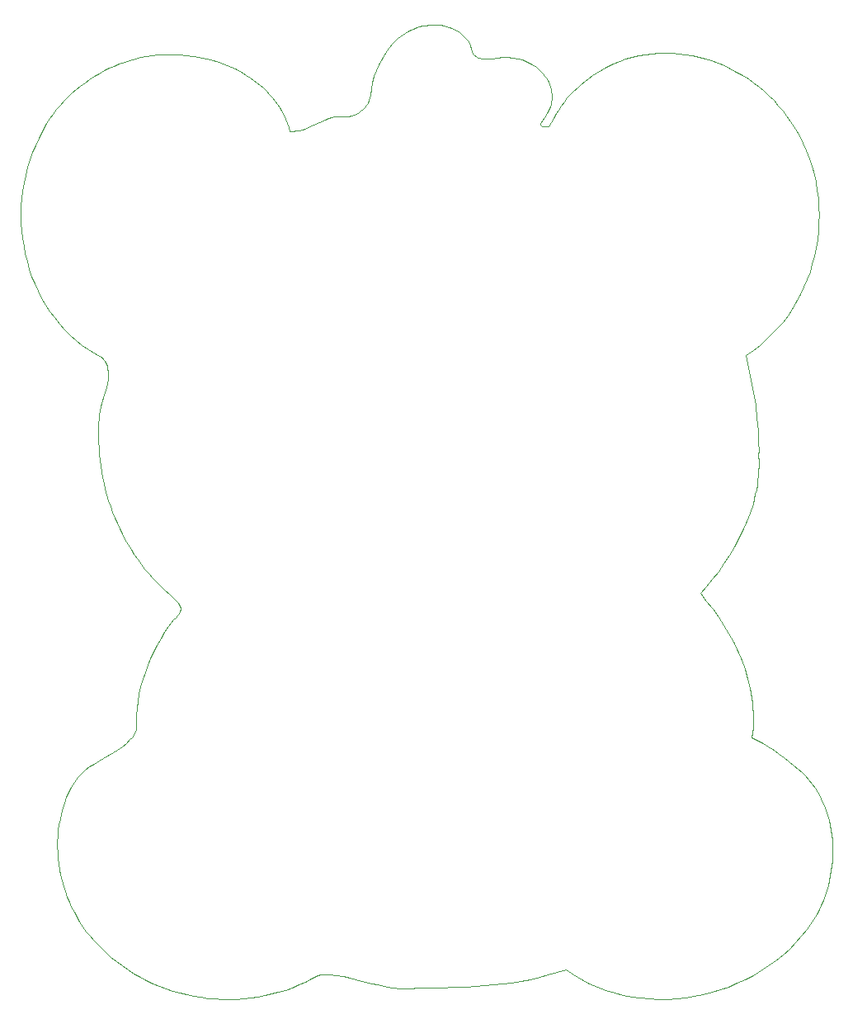
<source format=gbr>
%TF.GenerationSoftware,KiCad,Pcbnew,9.0.6*%
%TF.CreationDate,2025-12-31T17:09:59+01:00*%
%TF.ProjectId,Panda,50616e64-612e-46b6-9963-61645f706362,rev?*%
%TF.SameCoordinates,Original*%
%TF.FileFunction,Profile,NP*%
%FSLAX46Y46*%
G04 Gerber Fmt 4.6, Leading zero omitted, Abs format (unit mm)*
G04 Created by KiCad (PCBNEW 9.0.6) date 2025-12-31 17:09:59*
%MOMM*%
%LPD*%
G01*
G04 APERTURE LIST*
%TA.AperFunction,Profile*%
%ADD10C,0.100000*%
%TD*%
G04 APERTURE END LIST*
D10*
X90939300Y-36607750D02*
X90594400Y-36618950D01*
X90594400Y-36618950D02*
X90257600Y-36651450D01*
X90257600Y-36651450D02*
X89929000Y-36704650D01*
X89929000Y-36704650D02*
X89608800Y-36777750D01*
X89608800Y-36777750D02*
X89297200Y-36869950D01*
X89297200Y-36869950D02*
X88994200Y-36980450D01*
X88994200Y-36980450D02*
X88700000Y-37108450D01*
X88700000Y-37108450D02*
X88414700Y-37253250D01*
X88414700Y-37253250D02*
X88138500Y-37414150D01*
X88138500Y-37414150D02*
X87871400Y-37590250D01*
X87871400Y-37590250D02*
X87613700Y-37780850D01*
X87613700Y-37780850D02*
X87365400Y-37985250D01*
X87365400Y-37985250D02*
X87126800Y-38202450D01*
X87126800Y-38202450D02*
X86897800Y-38431950D01*
X86897800Y-38431950D02*
X86469700Y-38924250D01*
X86469700Y-38924250D02*
X86082000Y-39456150D01*
X86082000Y-39456150D02*
X85736000Y-40021350D01*
X85736000Y-40021350D02*
X85432600Y-40613750D01*
X85432600Y-40613750D02*
X85172900Y-41227150D01*
X85172900Y-41227150D02*
X84958100Y-41855450D01*
X84958100Y-41855450D02*
X84789100Y-42492550D01*
X84789100Y-42492550D02*
X84667100Y-43132250D01*
X84667100Y-43132250D02*
X84593100Y-43768350D01*
X84593100Y-43768350D02*
X84527000Y-44062950D01*
X84527000Y-44062950D02*
X84431800Y-44338950D01*
X84431800Y-44338950D02*
X84309700Y-44595850D01*
X84309700Y-44595850D02*
X84162700Y-44833150D01*
X84162700Y-44833150D02*
X83992800Y-45050250D01*
X83992800Y-45050250D02*
X83802100Y-45246650D01*
X83802100Y-45246650D02*
X83592600Y-45421750D01*
X83592600Y-45421750D02*
X83366300Y-45575150D01*
X83366300Y-45575150D02*
X83125300Y-45706150D01*
X83125300Y-45706150D02*
X82871500Y-45814350D01*
X82871500Y-45814350D02*
X82607200Y-45899150D01*
X82607200Y-45899150D02*
X82334200Y-45960050D01*
X82334200Y-45960050D02*
X82054700Y-45996450D01*
X82054700Y-45996450D02*
X81770600Y-46007850D01*
X81770600Y-46007850D02*
X81484000Y-45993750D01*
X81484000Y-45993750D02*
X81197000Y-45953550D01*
X81197000Y-45953550D02*
X80880800Y-46014950D01*
X80880800Y-46014950D02*
X80570800Y-46098750D01*
X80570800Y-46098750D02*
X80265900Y-46200950D01*
X80265900Y-46200950D02*
X79965100Y-46317850D01*
X79965100Y-46317850D02*
X79371900Y-46580450D01*
X79371900Y-46580450D02*
X78783100Y-46856350D01*
X78783100Y-46856350D02*
X78190800Y-47114950D01*
X78190800Y-47114950D02*
X77890800Y-47228350D01*
X77890800Y-47228350D02*
X77586800Y-47326050D01*
X77586800Y-47326050D02*
X77278000Y-47404150D01*
X77278000Y-47404150D02*
X76963300Y-47459050D01*
X76963300Y-47459050D02*
X76641700Y-47486850D01*
X76641700Y-47486850D02*
X76312100Y-47483750D01*
X76312100Y-47483750D02*
X76187300Y-47049350D01*
X76187300Y-47049350D02*
X76041400Y-46626950D01*
X76041400Y-46626950D02*
X75875100Y-46216550D01*
X75875100Y-46216550D02*
X75689200Y-45818150D01*
X75689200Y-45818150D02*
X75484400Y-45431750D01*
X75484400Y-45431750D02*
X75261500Y-45057550D01*
X75261500Y-45057550D02*
X75021200Y-44695450D01*
X75021200Y-44695450D02*
X74764400Y-44345450D01*
X74764400Y-44345450D02*
X74491700Y-44007750D01*
X74491700Y-44007750D02*
X74204000Y-43682250D01*
X74204000Y-43682250D02*
X73902000Y-43368950D01*
X73902000Y-43368950D02*
X73586400Y-43068050D01*
X73586400Y-43068050D02*
X73258100Y-42779350D01*
X73258100Y-42779350D02*
X72917700Y-42503150D01*
X72917700Y-42503150D02*
X72566100Y-42239350D01*
X72566100Y-42239350D02*
X72203900Y-41987950D01*
X72203900Y-41987950D02*
X71832100Y-41749050D01*
X71832100Y-41749050D02*
X71451200Y-41522650D01*
X71451200Y-41522650D02*
X70665700Y-41107550D01*
X70665700Y-41107550D02*
X69853400Y-40742850D01*
X69853400Y-40742850D02*
X69020300Y-40428950D01*
X69020300Y-40428950D02*
X68172700Y-40166050D01*
X68172700Y-40166050D02*
X67316600Y-39954450D01*
X67316600Y-39954450D02*
X66458100Y-39794450D01*
X66458100Y-39794450D02*
X65603200Y-39686350D01*
X65603200Y-39686350D02*
X65023300Y-39635050D01*
X65023300Y-39635050D02*
X64443400Y-39607850D01*
X64443400Y-39607850D02*
X63864100Y-39604450D01*
X63864100Y-39604450D02*
X63286200Y-39624350D01*
X63286200Y-39624350D02*
X62710400Y-39667350D01*
X62710400Y-39667350D02*
X62137400Y-39733050D01*
X62137400Y-39733050D02*
X61567900Y-39820950D01*
X61567900Y-39820950D02*
X61002600Y-39930850D01*
X61002600Y-39930850D02*
X60442200Y-40062350D01*
X60442200Y-40062350D02*
X59887400Y-40214950D01*
X59887400Y-40214950D02*
X59338900Y-40388350D01*
X59338900Y-40388350D02*
X58797400Y-40582250D01*
X58797400Y-40582250D02*
X58263600Y-40796250D01*
X58263600Y-40796250D02*
X57738200Y-41029950D01*
X57738200Y-41029950D02*
X57222000Y-41282950D01*
X57222000Y-41282950D02*
X56715600Y-41554950D01*
X56715600Y-41554950D02*
X56219800Y-41845550D01*
X56219800Y-41845550D02*
X55735100Y-42154450D01*
X55735100Y-42154450D02*
X55262500Y-42481150D01*
X55262500Y-42481150D02*
X54802400Y-42825450D01*
X54802400Y-42825450D02*
X54355700Y-43186750D01*
X54355700Y-43186750D02*
X53923100Y-43564950D01*
X53923100Y-43564950D02*
X53505200Y-43959450D01*
X53505200Y-43959450D02*
X53102800Y-44370050D01*
X53102800Y-44370050D02*
X52716600Y-44796250D01*
X52716600Y-44796250D02*
X52347200Y-45237850D01*
X52347200Y-45237850D02*
X51995400Y-45694250D01*
X51995400Y-45694250D02*
X51661900Y-46165250D01*
X51661900Y-46165250D02*
X51347400Y-46650450D01*
X51347400Y-46650450D02*
X51052600Y-47149550D01*
X51052600Y-47149550D02*
X50778100Y-47661950D01*
X50778100Y-47661950D02*
X50524800Y-48187550D01*
X50524800Y-48187550D02*
X50178500Y-48913950D01*
X50178500Y-48913950D02*
X49869200Y-49657650D01*
X49869200Y-49657650D02*
X49596700Y-50416850D01*
X49596700Y-50416850D02*
X49360900Y-51189550D01*
X49360900Y-51189550D02*
X49161700Y-51973950D01*
X49161700Y-51973950D02*
X48998900Y-52768150D01*
X48998900Y-52768150D02*
X48872400Y-53570250D01*
X48872400Y-53570250D02*
X48781900Y-54378450D01*
X48781900Y-54378450D02*
X48727500Y-55190750D01*
X48727500Y-55190750D02*
X48708800Y-56005450D01*
X48708800Y-56005450D02*
X48725900Y-56820550D01*
X48725900Y-56820550D02*
X48778500Y-57634150D01*
X48778500Y-57634150D02*
X48866400Y-58444450D01*
X48866400Y-58444450D02*
X48989600Y-59249550D01*
X48989600Y-59249550D02*
X49147900Y-60047550D01*
X49147900Y-60047550D02*
X49341100Y-60836650D01*
X49341100Y-60836650D02*
X49569200Y-61614850D01*
X49569200Y-61614850D02*
X49831900Y-62380350D01*
X49831900Y-62380350D02*
X50129100Y-63131350D01*
X50129100Y-63131350D02*
X50460600Y-63865750D01*
X50460600Y-63865750D02*
X50826400Y-64581950D01*
X50826400Y-64581950D02*
X51226200Y-65277850D01*
X51226200Y-65277850D02*
X51660000Y-65951650D01*
X51660000Y-65951650D02*
X52127600Y-66601550D01*
X52127600Y-66601550D02*
X52628700Y-67225550D01*
X52628700Y-67225550D02*
X53163400Y-67821850D01*
X53163400Y-67821850D02*
X53731400Y-68388550D01*
X53731400Y-68388550D02*
X54332600Y-68923850D01*
X54332600Y-68923850D02*
X54966800Y-69425750D01*
X54966800Y-69425750D02*
X55634000Y-69892350D01*
X55634000Y-69892350D02*
X56333900Y-70321950D01*
X56333900Y-70321950D02*
X57066400Y-70712550D01*
X57066400Y-70712550D02*
X57197600Y-70882450D01*
X57197600Y-70882450D02*
X57310500Y-71055650D01*
X57310500Y-71055650D02*
X57405900Y-71231850D01*
X57405900Y-71231850D02*
X57484800Y-71410950D01*
X57484800Y-71410950D02*
X57548100Y-71592750D01*
X57548100Y-71592750D02*
X57596700Y-71777150D01*
X57596700Y-71777150D02*
X57653600Y-72152750D01*
X57653600Y-72152750D02*
X57662700Y-72536650D01*
X57662700Y-72536650D02*
X57631400Y-72927150D01*
X57631400Y-72927150D02*
X57567100Y-73323150D01*
X57567100Y-73323150D02*
X57477100Y-73723050D01*
X57477100Y-73723050D02*
X57249500Y-74529450D01*
X57249500Y-74529450D02*
X57007400Y-75335450D01*
X57007400Y-75335450D02*
X56899300Y-75734850D01*
X56899300Y-75734850D02*
X56809600Y-76130050D01*
X56809600Y-76130050D02*
X56745600Y-76519650D01*
X56745600Y-76519650D02*
X56714800Y-76902250D01*
X56714800Y-76902250D02*
X56675800Y-77514550D01*
X56675800Y-77514550D02*
X56654000Y-78127650D01*
X56654000Y-78127650D02*
X56649500Y-78740950D01*
X56649500Y-78740950D02*
X56661900Y-79354150D01*
X56661900Y-79354150D02*
X56691300Y-79966650D01*
X56691300Y-79966650D02*
X56737600Y-80578050D01*
X56737600Y-80578050D02*
X56800600Y-81187950D01*
X56800600Y-81187950D02*
X56880200Y-81795850D01*
X56880200Y-81795850D02*
X56976400Y-82401350D01*
X56976400Y-82401350D02*
X57088900Y-83003950D01*
X57088900Y-83003950D02*
X57217800Y-83603250D01*
X57217800Y-83603250D02*
X57362900Y-84198650D01*
X57362900Y-84198650D02*
X57524200Y-84789850D01*
X57524200Y-84789850D02*
X57701400Y-85376450D01*
X57701400Y-85376450D02*
X57894500Y-85957850D01*
X57894500Y-85957850D02*
X58103300Y-86533650D01*
X58103300Y-86533650D02*
X58327900Y-87103350D01*
X58327900Y-87103350D02*
X58568100Y-87666650D01*
X58568100Y-87666650D02*
X58823700Y-88222950D01*
X58823700Y-88222950D02*
X59094700Y-88771850D01*
X59094700Y-88771850D02*
X59380900Y-89312950D01*
X59380900Y-89312950D02*
X59682300Y-89845750D01*
X59682300Y-89845750D02*
X59998800Y-90369750D01*
X59998800Y-90369750D02*
X60330200Y-90884550D01*
X60330200Y-90884550D02*
X60676400Y-91389750D01*
X60676400Y-91389750D02*
X61037400Y-91884850D01*
X61037400Y-91884850D02*
X61413000Y-92369350D01*
X61413000Y-92369350D02*
X61803100Y-92842850D01*
X61803100Y-92842850D02*
X62207700Y-93304950D01*
X62207700Y-93304950D02*
X62626500Y-93755150D01*
X62626500Y-93755150D02*
X63059600Y-94192950D01*
X63059600Y-94192950D02*
X63506700Y-94617950D01*
X63506700Y-94617950D02*
X63938900Y-94968650D01*
X63938900Y-94968650D02*
X64348300Y-95311050D01*
X64348300Y-95311050D02*
X64699000Y-95652250D01*
X64699000Y-95652250D02*
X64841100Y-95824450D01*
X64841100Y-95824450D02*
X64955200Y-95998950D01*
X64955200Y-95998950D02*
X65036600Y-96176550D01*
X65036600Y-96176550D02*
X65081000Y-96358150D01*
X65081000Y-96358150D02*
X65083900Y-96544550D01*
X65083900Y-96544550D02*
X65040700Y-96736650D01*
X65040700Y-96736650D02*
X64946900Y-96935350D01*
X64946900Y-96935350D02*
X64798200Y-97141550D01*
X64798200Y-97141550D02*
X64590000Y-97355950D01*
X64590000Y-97355950D02*
X64317800Y-97579550D01*
X64317800Y-97579550D02*
X63874900Y-98199850D01*
X63874900Y-98199850D02*
X63452900Y-98836850D01*
X63452900Y-98836850D02*
X63053200Y-99489550D01*
X63053200Y-99489550D02*
X62677300Y-100156850D01*
X62677300Y-100156850D02*
X62326700Y-100837750D01*
X62326700Y-100837750D02*
X62002800Y-101531250D01*
X62002800Y-101531250D02*
X61707100Y-102236350D01*
X61707100Y-102236350D02*
X61441200Y-102952050D01*
X61441200Y-102952050D02*
X61206300Y-103677250D01*
X61206300Y-103677250D02*
X61004200Y-104411150D01*
X61004200Y-104411150D02*
X60836100Y-105152150D01*
X60836100Y-105152150D02*
X60703700Y-105900150D01*
X60703700Y-105900150D02*
X60608300Y-106653150D01*
X60608300Y-106653150D02*
X60551500Y-107411150D01*
X60551500Y-107411150D02*
X60534600Y-108172150D01*
X60534600Y-108172150D02*
X60559300Y-108935150D01*
X60559300Y-108935150D02*
X60414400Y-109182150D01*
X60414400Y-109182150D02*
X60256700Y-109415150D01*
X60256700Y-109415150D02*
X60086900Y-109635150D01*
X60086900Y-109635150D02*
X59906000Y-109844150D01*
X59906000Y-109844150D02*
X59514200Y-110229150D01*
X59514200Y-110229150D02*
X59088400Y-110578150D01*
X59088400Y-110578150D02*
X58635600Y-110899150D01*
X58635600Y-110899150D02*
X58162900Y-111198150D01*
X58162900Y-111198150D02*
X57185700Y-111766150D01*
X57185700Y-111766150D02*
X56695300Y-112049150D01*
X56695300Y-112049150D02*
X56213000Y-112341150D01*
X56213000Y-112341150D02*
X55746000Y-112651150D01*
X55746000Y-112651150D02*
X55301200Y-112985150D01*
X55301200Y-112985150D02*
X54885700Y-113351150D01*
X54885700Y-113351150D02*
X54691100Y-113548150D01*
X54691100Y-113548150D02*
X54506500Y-113757150D01*
X54506500Y-113757150D02*
X54332700Y-113977150D01*
X54332700Y-113977150D02*
X54170700Y-114210150D01*
X54170700Y-114210150D02*
X54021200Y-114456150D01*
X54021200Y-114456150D02*
X53885200Y-114718150D01*
X53885200Y-114718150D02*
X53623200Y-115245150D01*
X53623200Y-115245150D02*
X53388300Y-115781150D01*
X53388300Y-115781150D02*
X53180200Y-116326150D01*
X53180200Y-116326150D02*
X52998500Y-116877150D01*
X52998500Y-116877150D02*
X52843000Y-117436150D01*
X52843000Y-117436150D02*
X52713300Y-118000150D01*
X52713300Y-118000150D02*
X52609100Y-118568150D01*
X52609100Y-118568150D02*
X52530100Y-119141150D01*
X52530100Y-119141150D02*
X52476000Y-119716150D01*
X52476000Y-119716150D02*
X52446500Y-120293150D01*
X52446500Y-120293150D02*
X52441300Y-120871150D01*
X52441300Y-120871150D02*
X52460000Y-121450150D01*
X52460000Y-121450150D02*
X52502300Y-122027150D01*
X52502300Y-122027150D02*
X52568000Y-122603150D01*
X52568000Y-122603150D02*
X52656700Y-123176150D01*
X52656700Y-123176150D02*
X52768000Y-123746150D01*
X52768000Y-123746150D02*
X52901800Y-124312150D01*
X52901800Y-124312150D02*
X53057600Y-124872150D01*
X53057600Y-124872150D02*
X53235200Y-125426150D01*
X53235200Y-125426150D02*
X53434200Y-125973150D01*
X53434200Y-125973150D02*
X53654400Y-126512150D01*
X53654400Y-126512150D02*
X53895400Y-127042150D01*
X53895400Y-127042150D02*
X54156900Y-127562150D01*
X54156900Y-127562150D02*
X54438500Y-128071150D01*
X54438500Y-128071150D02*
X54740100Y-128569150D01*
X54740100Y-128569150D02*
X55061200Y-129055150D01*
X55061200Y-129055150D02*
X55401500Y-129526150D01*
X55401500Y-129526150D02*
X55760800Y-129984150D01*
X55760800Y-129984150D02*
X56138700Y-130426150D01*
X56138700Y-130426150D02*
X56535000Y-130852150D01*
X56535000Y-130852150D02*
X56949200Y-131262150D01*
X56949200Y-131262150D02*
X57381100Y-131653150D01*
X57381100Y-131653150D02*
X57927000Y-132147150D01*
X57927000Y-132147150D02*
X58493100Y-132615150D01*
X58493100Y-132615150D02*
X59078300Y-133057150D01*
X59078300Y-133057150D02*
X59681400Y-133473150D01*
X59681400Y-133473150D02*
X60301300Y-133863150D01*
X60301300Y-133863150D02*
X60936900Y-134226150D01*
X60936900Y-134226150D02*
X61586900Y-134563150D01*
X61586900Y-134563150D02*
X62250200Y-134872150D01*
X62250200Y-134872150D02*
X62925700Y-135156150D01*
X62925700Y-135156150D02*
X63612200Y-135412150D01*
X63612200Y-135412150D02*
X64308500Y-135641150D01*
X64308500Y-135641150D02*
X65013500Y-135843150D01*
X65013500Y-135843150D02*
X65726100Y-136018150D01*
X65726100Y-136018150D02*
X66445000Y-136166150D01*
X66445000Y-136166150D02*
X67169100Y-136285150D01*
X67169100Y-136285150D02*
X67897300Y-136378150D01*
X67897300Y-136378150D02*
X68628400Y-136442150D01*
X68628400Y-136442150D02*
X69361200Y-136479150D01*
X69361200Y-136479150D02*
X70094600Y-136488150D01*
X70094600Y-136488150D02*
X70827500Y-136468150D01*
X70827500Y-136468150D02*
X71558600Y-136421150D01*
X71558600Y-136421150D02*
X72286900Y-136345150D01*
X72286900Y-136345150D02*
X73011100Y-136241150D01*
X73011100Y-136241150D02*
X73730100Y-136108150D01*
X73730100Y-136108150D02*
X74442800Y-135946150D01*
X74442800Y-135946150D02*
X75148000Y-135756150D01*
X75148000Y-135756150D02*
X75844500Y-135536150D01*
X75844500Y-135536150D02*
X76531200Y-135288150D01*
X76531200Y-135288150D02*
X77206900Y-135011150D01*
X77206900Y-135011150D02*
X77870500Y-134704150D01*
X77870500Y-134704150D02*
X78520800Y-134368150D01*
X78520800Y-134368150D02*
X79156700Y-134002150D01*
X79156700Y-134002150D02*
X79489900Y-133975150D01*
X79489900Y-133975150D02*
X79821700Y-133963150D01*
X79821700Y-133963150D02*
X80481100Y-133979150D01*
X80481100Y-133979150D02*
X81135800Y-134041150D01*
X81135800Y-134041150D02*
X81786600Y-134142150D01*
X81786600Y-134142150D02*
X82434400Y-134274150D01*
X82434400Y-134274150D02*
X83079900Y-134426150D01*
X83079900Y-134426150D02*
X84367600Y-134763150D01*
X84367600Y-134763150D02*
X85656400Y-135086150D01*
X85656400Y-135086150D02*
X86303300Y-135221150D01*
X86303300Y-135221150D02*
X86953000Y-135327150D01*
X86953000Y-135327150D02*
X87606300Y-135396150D01*
X87606300Y-135396150D02*
X88264000Y-135419150D01*
X88264000Y-135419150D02*
X88927000Y-135389150D01*
X88927000Y-135389150D02*
X89260700Y-135351150D01*
X89260700Y-135351150D02*
X89596100Y-135296150D01*
X89596100Y-135296150D02*
X91499600Y-135306150D01*
X91499600Y-135306150D02*
X93406400Y-135268150D01*
X93406400Y-135268150D02*
X94359600Y-135227150D01*
X94359600Y-135227150D02*
X95311900Y-135171150D01*
X95311900Y-135171150D02*
X96262800Y-135098150D01*
X96262800Y-135098150D02*
X97211600Y-135006150D01*
X97211600Y-135006150D02*
X98157800Y-134895150D01*
X98157800Y-134895150D02*
X99100800Y-134763150D01*
X99100800Y-134763150D02*
X100040100Y-134608150D01*
X100040100Y-134608150D02*
X100975100Y-134430150D01*
X100975100Y-134430150D02*
X101905200Y-134228150D01*
X101905200Y-134228150D02*
X102829800Y-134000150D01*
X102829800Y-134000150D02*
X103748400Y-133744150D01*
X103748400Y-133744150D02*
X104660400Y-133460150D01*
X104660400Y-133460150D02*
X105431700Y-133981150D01*
X105431700Y-133981150D02*
X106227700Y-134452150D01*
X106227700Y-134452150D02*
X107046700Y-134871150D01*
X107046700Y-134871150D02*
X107885700Y-135240150D01*
X107885700Y-135240150D02*
X108741700Y-135560150D01*
X108741700Y-135560150D02*
X109614700Y-135831150D01*
X109614700Y-135831150D02*
X110500700Y-136053150D01*
X110500700Y-136053150D02*
X111397700Y-136228150D01*
X111397700Y-136228150D02*
X112303700Y-136356150D01*
X112303700Y-136356150D02*
X113216700Y-136438150D01*
X113216700Y-136438150D02*
X114133700Y-136474150D01*
X114133700Y-136474150D02*
X115053700Y-136464150D01*
X115053700Y-136464150D02*
X115972700Y-136410150D01*
X115972700Y-136410150D02*
X116889700Y-136313150D01*
X116889700Y-136313150D02*
X117802700Y-136172150D01*
X117802700Y-136172150D02*
X118707700Y-135988150D01*
X118707700Y-135988150D02*
X119603700Y-135762150D01*
X119603700Y-135762150D02*
X120488700Y-135495150D01*
X120488700Y-135495150D02*
X121360700Y-135187150D01*
X121360700Y-135187150D02*
X122215700Y-134839150D01*
X122215700Y-134839150D02*
X123052700Y-134451150D01*
X123052700Y-134451150D02*
X123869700Y-134025150D01*
X123869700Y-134025150D02*
X124663700Y-133560150D01*
X124663700Y-133560150D02*
X125432700Y-133058150D01*
X125432700Y-133058150D02*
X126174700Y-132518150D01*
X126174700Y-132518150D02*
X126886700Y-131942150D01*
X126886700Y-131942150D02*
X127566700Y-131330150D01*
X127566700Y-131330150D02*
X128213700Y-130683150D01*
X128213700Y-130683150D02*
X128823700Y-130002150D01*
X128823700Y-130002150D02*
X129395700Y-129286150D01*
X129395700Y-129286150D02*
X129926700Y-128537150D01*
X129926700Y-128537150D02*
X130414700Y-127756150D01*
X130414700Y-127756150D02*
X130645700Y-127294150D01*
X130645700Y-127294150D02*
X130858700Y-126821150D01*
X130858700Y-126821150D02*
X131055700Y-126339150D01*
X131055700Y-126339150D02*
X131233700Y-125848150D01*
X131233700Y-125848150D02*
X131394700Y-125349150D01*
X131394700Y-125349150D02*
X131537700Y-124843150D01*
X131537700Y-124843150D02*
X131662700Y-124332150D01*
X131662700Y-124332150D02*
X131768700Y-123816150D01*
X131768700Y-123816150D02*
X131855700Y-123296150D01*
X131855700Y-123296150D02*
X131923700Y-122773150D01*
X131923700Y-122773150D02*
X131972700Y-122248150D01*
X131972700Y-122248150D02*
X132000700Y-121723150D01*
X132000700Y-121723150D02*
X132009700Y-121197150D01*
X132009700Y-121197150D02*
X131998700Y-120673150D01*
X131998700Y-120673150D02*
X131966700Y-120150150D01*
X131966700Y-120150150D02*
X131913700Y-119630150D01*
X131913700Y-119630150D02*
X131839700Y-119115150D01*
X131839700Y-119115150D02*
X131744700Y-118604150D01*
X131744700Y-118604150D02*
X131628700Y-118099150D01*
X131628700Y-118099150D02*
X131489700Y-117601150D01*
X131489700Y-117601150D02*
X131328700Y-117111150D01*
X131328700Y-117111150D02*
X131145700Y-116629150D01*
X131145700Y-116629150D02*
X130939700Y-116158150D01*
X130939700Y-116158150D02*
X130710700Y-115697150D01*
X130710700Y-115697150D02*
X130458700Y-115247150D01*
X130458700Y-115247150D02*
X130182700Y-114811150D01*
X130182700Y-114811150D02*
X129882700Y-114388150D01*
X129882700Y-114388150D02*
X129559700Y-113979150D01*
X129559700Y-113979150D02*
X129211700Y-113587150D01*
X129211700Y-113587150D02*
X128838700Y-113210150D01*
X128838700Y-113210150D02*
X128441700Y-112852150D01*
X128441700Y-112852150D02*
X128018700Y-112511150D01*
X128018700Y-112511150D02*
X127525700Y-112093150D01*
X127525700Y-112093150D02*
X127017700Y-111693150D01*
X127017700Y-111693150D02*
X126495700Y-111312150D01*
X126495700Y-111312150D02*
X125962700Y-110947150D01*
X125962700Y-110947150D02*
X125417700Y-110598150D01*
X125417700Y-110598150D02*
X124864700Y-110263150D01*
X124864700Y-110263150D02*
X123736700Y-109631150D01*
X123736700Y-109631150D02*
X123795700Y-109122150D01*
X123795700Y-109122150D02*
X123836700Y-108615150D01*
X123836700Y-108615150D02*
X123858700Y-108108150D01*
X123858700Y-108108150D02*
X123862700Y-107603150D01*
X123862700Y-107603150D02*
X123848700Y-107099150D01*
X123848700Y-107099150D02*
X123818700Y-106598150D01*
X123818700Y-106598150D02*
X123771700Y-106098150D01*
X123771700Y-106098150D02*
X123707700Y-105600150D01*
X123707700Y-105600150D02*
X123628700Y-105105150D01*
X123628700Y-105105150D02*
X123533700Y-104612150D01*
X123533700Y-104612150D02*
X123299700Y-103635350D01*
X123299700Y-103635350D02*
X123009700Y-102671850D01*
X123009700Y-102671850D02*
X122665700Y-101723250D01*
X122665700Y-101723250D02*
X122272700Y-100791350D01*
X122272700Y-100791350D02*
X121834700Y-99877750D01*
X121834700Y-99877750D02*
X121352700Y-98984350D01*
X121352700Y-98984350D02*
X120831700Y-98112850D01*
X120831700Y-98112850D02*
X120275700Y-97264950D01*
X120275700Y-97264950D02*
X119686700Y-96442450D01*
X119686700Y-96442450D02*
X119068700Y-95647150D01*
X119068700Y-95647150D02*
X118425700Y-94880650D01*
X118425700Y-94880650D02*
X119063700Y-94142450D01*
X119063700Y-94142450D02*
X119682700Y-93382350D01*
X119682700Y-93382350D02*
X120279700Y-92600850D01*
X120279700Y-92600850D02*
X120851700Y-91798650D01*
X120851700Y-91798650D02*
X121393700Y-90976550D01*
X121393700Y-90976550D02*
X121903700Y-90135050D01*
X121903700Y-90135050D02*
X122376700Y-89274950D01*
X122376700Y-89274950D02*
X122810700Y-88396750D01*
X122810700Y-88396750D02*
X123200700Y-87501350D01*
X123200700Y-87501350D02*
X123543700Y-86589350D01*
X123543700Y-86589350D02*
X123836700Y-85661250D01*
X123836700Y-85661250D02*
X124076700Y-84717950D01*
X124076700Y-84717950D02*
X124174700Y-84240750D01*
X124174700Y-84240750D02*
X124257700Y-83760050D01*
X124257700Y-83760050D02*
X124325700Y-83275750D01*
X124325700Y-83275750D02*
X124378700Y-82788150D01*
X124378700Y-82788150D02*
X124414700Y-82297150D01*
X124414700Y-82297150D02*
X124434700Y-81802950D01*
X124434700Y-81802950D02*
X124436700Y-81305550D01*
X124436700Y-81305550D02*
X124421700Y-80805150D01*
X124421700Y-80805150D02*
X124428700Y-80148250D01*
X124428700Y-80148250D02*
X124419700Y-79492150D01*
X124419700Y-79492150D02*
X124359700Y-78182450D01*
X124359700Y-78182450D02*
X124245700Y-76876550D01*
X124245700Y-76876550D02*
X124086700Y-75574750D01*
X124086700Y-75574750D02*
X123888700Y-74277450D01*
X123888700Y-74277450D02*
X123656700Y-72985150D01*
X123656700Y-72985150D02*
X123399700Y-71698250D01*
X123399700Y-71698250D02*
X123121700Y-70417150D01*
X123121700Y-70417150D02*
X123837700Y-69941350D01*
X123837700Y-69941350D02*
X124518700Y-69428250D01*
X124518700Y-69428250D02*
X125165700Y-68879650D01*
X125165700Y-68879650D02*
X125778700Y-68297750D01*
X125778700Y-68297750D02*
X126355700Y-67684450D01*
X126355700Y-67684450D02*
X126896700Y-67041750D01*
X126896700Y-67041750D02*
X127403700Y-66371550D01*
X127403700Y-66371550D02*
X127873700Y-65676050D01*
X127873700Y-65676050D02*
X128307700Y-64956950D01*
X128307700Y-64956950D02*
X128705700Y-64216450D01*
X128705700Y-64216450D02*
X129066700Y-63456550D01*
X129066700Y-63456550D02*
X129390700Y-62679150D01*
X129390700Y-62679150D02*
X129676700Y-61886150D01*
X129676700Y-61886150D02*
X129925700Y-61079750D01*
X129925700Y-61079750D02*
X130137700Y-60261850D01*
X130137700Y-60261850D02*
X130310700Y-59434350D01*
X130310700Y-59434350D02*
X130445700Y-58599450D01*
X130445700Y-58599450D02*
X130541700Y-57758850D01*
X130541700Y-57758850D02*
X130599700Y-56914750D01*
X130599700Y-56914750D02*
X130617700Y-56069150D01*
X130617700Y-56069150D02*
X130595700Y-55223850D01*
X130595700Y-55223850D02*
X130534700Y-54381050D01*
X130534700Y-54381050D02*
X130434700Y-53542550D01*
X130434700Y-53542550D02*
X130292700Y-52710550D01*
X130292700Y-52710550D02*
X130111700Y-51886850D01*
X130111700Y-51886850D02*
X129888700Y-51073550D01*
X129888700Y-51073550D02*
X129624700Y-50272550D01*
X129624700Y-50272550D02*
X129319700Y-49485950D01*
X129319700Y-49485950D02*
X128973700Y-48715650D01*
X128973700Y-48715650D02*
X128584700Y-47963750D01*
X128584700Y-47963750D02*
X128153700Y-47232050D01*
X128153700Y-47232050D02*
X127680700Y-46522650D01*
X127680700Y-46522650D02*
X127295700Y-45944650D01*
X127295700Y-45944650D02*
X126882700Y-45386950D01*
X126882700Y-45386950D02*
X126443700Y-44850150D01*
X126443700Y-44850150D02*
X125978700Y-44334950D01*
X125978700Y-44334950D02*
X125489700Y-43842050D01*
X125489700Y-43842050D02*
X124978700Y-43371950D01*
X124978700Y-43371950D02*
X124446700Y-42925350D01*
X124446700Y-42925350D02*
X123894700Y-42502850D01*
X123894700Y-42502850D02*
X123323700Y-42105150D01*
X123323700Y-42105150D02*
X122735700Y-41732850D01*
X122735700Y-41732850D02*
X122132700Y-41386550D01*
X122132700Y-41386550D02*
X121514700Y-41066950D01*
X121514700Y-41066950D02*
X120883700Y-40774650D01*
X120883700Y-40774650D02*
X120240700Y-40510250D01*
X120240700Y-40510250D02*
X119587700Y-40274450D01*
X119587700Y-40274450D02*
X118925700Y-40067850D01*
X118925700Y-40067850D02*
X118256700Y-39891050D01*
X118256700Y-39891050D02*
X117580700Y-39744750D01*
X117580700Y-39744750D02*
X116899700Y-39629650D01*
X116899700Y-39629650D02*
X116214700Y-39546150D01*
X116214700Y-39546150D02*
X115527700Y-39495150D01*
X115527700Y-39495150D02*
X114840700Y-39477150D01*
X114840700Y-39477150D02*
X114153700Y-39492750D01*
X114153700Y-39492750D02*
X113467700Y-39542650D01*
X113467700Y-39542650D02*
X112785700Y-39627550D01*
X112785700Y-39627550D02*
X112108700Y-39747850D01*
X112108700Y-39747850D02*
X111436700Y-39904450D01*
X111436700Y-39904450D02*
X110772700Y-40097950D01*
X110772700Y-40097950D02*
X110116700Y-40328750D01*
X110116700Y-40328750D02*
X109470700Y-40597750D01*
X109470700Y-40597750D02*
X108835700Y-40905450D01*
X108835700Y-40905450D02*
X108213700Y-41252550D01*
X108213700Y-41252550D02*
X107785700Y-41505650D01*
X107785700Y-41505650D02*
X107367700Y-41775150D01*
X107367700Y-41775150D02*
X106959700Y-42060550D01*
X106959700Y-42060550D02*
X106562700Y-42361450D01*
X106562700Y-42361450D02*
X106177700Y-42677450D01*
X106177700Y-42677450D02*
X105805700Y-43008050D01*
X105805700Y-43008050D02*
X105446000Y-43352650D01*
X105446000Y-43352650D02*
X105100400Y-43710950D01*
X105100400Y-43710950D02*
X104769100Y-44082450D01*
X104769100Y-44082450D02*
X104452800Y-44466650D01*
X104452800Y-44466650D02*
X104152200Y-44863150D01*
X104152200Y-44863150D02*
X103868000Y-45271350D01*
X103868000Y-45271350D02*
X103600600Y-45690950D01*
X103600600Y-45690950D02*
X103350900Y-46121350D01*
X103350900Y-46121350D02*
X103119300Y-46562150D01*
X103119300Y-46562150D02*
X102906700Y-47012950D01*
X102906700Y-47012950D02*
X102587700Y-47034550D01*
X102587700Y-47034550D02*
X102350400Y-47020850D01*
X102350400Y-47020850D02*
X102186700Y-46975250D01*
X102186700Y-46975250D02*
X102088300Y-46901150D01*
X102088300Y-46901150D02*
X102047100Y-46801850D01*
X102047100Y-46801850D02*
X102055100Y-46680750D01*
X102055100Y-46680750D02*
X102103900Y-46541150D01*
X102103900Y-46541150D02*
X102185600Y-46386450D01*
X102185600Y-46386450D02*
X102414500Y-46045050D01*
X102414500Y-46045050D02*
X102676700Y-45683450D01*
X102676700Y-45683450D02*
X102907000Y-45328250D01*
X102907000Y-45328250D02*
X102989700Y-45161550D01*
X102989700Y-45161550D02*
X103040000Y-45006550D01*
X103040000Y-45006550D02*
X103115300Y-44732250D01*
X103115300Y-44732250D02*
X103168000Y-44461550D01*
X103168000Y-44461550D02*
X103198900Y-44194650D01*
X103198900Y-44194650D02*
X103208700Y-43932150D01*
X103208700Y-43932150D02*
X103198300Y-43674250D01*
X103198300Y-43674250D02*
X103168500Y-43421450D01*
X103168500Y-43421450D02*
X103120100Y-43174050D01*
X103120100Y-43174050D02*
X103053800Y-42932550D01*
X103053800Y-42932550D02*
X102970400Y-42697350D01*
X102970400Y-42697350D02*
X102870700Y-42468750D01*
X102870700Y-42468750D02*
X102755500Y-42247250D01*
X102755500Y-42247250D02*
X102625600Y-42033150D01*
X102625600Y-42033150D02*
X102481800Y-41826850D01*
X102481800Y-41826850D02*
X102324800Y-41628750D01*
X102324800Y-41628750D02*
X101974700Y-41258750D01*
X101974700Y-41258750D02*
X101581500Y-40926350D01*
X101581500Y-40926350D02*
X101151600Y-40634750D01*
X101151600Y-40634750D02*
X100691200Y-40386850D01*
X100691200Y-40386850D02*
X100206700Y-40186050D01*
X100206700Y-40186050D02*
X99704300Y-40035350D01*
X99704300Y-40035350D02*
X99190400Y-39937850D01*
X99190400Y-39937850D02*
X98671400Y-39896850D01*
X98671400Y-39896850D02*
X98411900Y-39898450D01*
X98411900Y-39898450D02*
X98153400Y-39915350D01*
X98153400Y-39915350D02*
X97608800Y-39964250D01*
X97608800Y-39964250D02*
X97054900Y-40028450D01*
X97054900Y-40028450D02*
X96515600Y-40071350D01*
X96515600Y-40071350D02*
X96258700Y-40073450D01*
X96258700Y-40073450D02*
X96014400Y-40056350D01*
X96014400Y-40056350D02*
X95785500Y-40015650D01*
X95785500Y-40015650D02*
X95575000Y-39946650D01*
X95575000Y-39946650D02*
X95385800Y-39844950D01*
X95385800Y-39844950D02*
X95221000Y-39705850D01*
X95221000Y-39705850D02*
X95083400Y-39524750D01*
X95083400Y-39524750D02*
X94976100Y-39297150D01*
X94976100Y-39297150D02*
X94902000Y-39018350D01*
X94902000Y-39018350D02*
X94864000Y-38683950D01*
X94864000Y-38683950D02*
X94713600Y-38431350D01*
X94713600Y-38431350D02*
X94544200Y-38192250D01*
X94544200Y-38192250D02*
X94357200Y-37967250D01*
X94357200Y-37967250D02*
X94153900Y-37757050D01*
X94153900Y-37757050D02*
X93935700Y-37562250D01*
X93935700Y-37562250D02*
X93704000Y-37383350D01*
X93704000Y-37383350D02*
X93460000Y-37221050D01*
X93460000Y-37221050D02*
X93205200Y-37075950D01*
X93205200Y-37075950D02*
X92941000Y-36948650D01*
X92941000Y-36948650D02*
X92668600Y-36839850D01*
X92668600Y-36839850D02*
X92389400Y-36749950D01*
X92389400Y-36749950D02*
X92104800Y-36679750D01*
X92104800Y-36679750D02*
X91816100Y-36629850D01*
X91816100Y-36629850D02*
X91524800Y-36600750D01*
X91524800Y-36600750D02*
X91232000Y-36593250D01*
X91232000Y-36593250D02*
X90939300Y-36607750D01*
X90939300Y-36607750D02*
X90939300Y-36607750D01*
X90939300Y-36607750D02*
X90939300Y-36607750D01*
M02*

</source>
